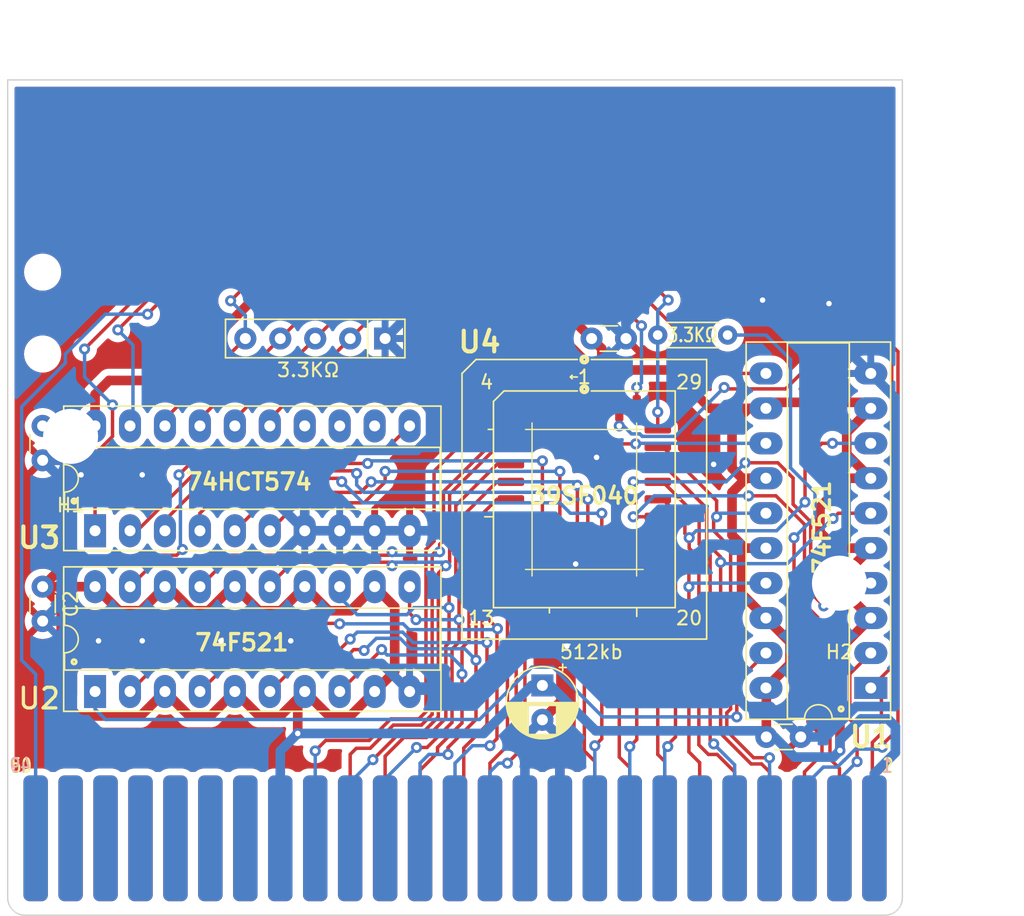
<source format=kicad_pcb>
(kicad_pcb (version 20221018) (generator pcbnew)
  (layers (0 "F.Cu" signal) (31 "B.Cu" signal) (34 "B.Paste" user) (35 "F.Paste" user) (36 "B.SilkS" user "B.Silkscreen") (37 "F.SilkS" user "F.Silkscreen") (38 "B.Mask" user) (39 "F.Mask" user) (44 "Edge.Cuts" user))
  (net 0 "")
  (net 1 "GND")
  (net 2 "/BA1")
  (net 3 "/BA2")
  (net 4 "/BA3")
  (net 5 "/BA4")
  (net 6 "/~{Wr}")
  (net 7 "/A0")
  (net 8 "+5V")
  (net 9 "/A1")
  (net 10 "/A2")
  (net 11 "/A3")
  (net 12 "/A4")
  (net 13 "/A5")
  (net 14 "/A6")
  (net 15 "/A7")
  (net 16 "Net-(U1-P=R)")
  (net 17 "/A8")
  (net 18 "/A9")
  (net 19 "/A10")
  (net 20 "/A11")
  (net 21 "/A12")
  (net 22 "/A13")
  (net 23 "/A14")
  (net 24 "/A15")
  (net 25 "Net-(U2-P=R)")
  (net 26 "/~{M8-B}")
  (net 27 "/D0")
  (net 28 "/D1")
  (net 29 "/D2")
  (net 30 "/D3")
  (net 31 "/D4")
  (net 35 "/BA0")
  (net 36 "/D5")
  (net 37 "/D6")
  (net 38 "/D7")
  (net 39 "/~{CE}")
  (net 40 "/~{Rd}")
  (net 41 "/~{MReq}")
  (net 42 "/~{M0-7}")
  (net 43 "/ ~{CONT}")
  (net 44 "/~{M1}")
  (net 45 "/~{IOReq}")
  (net 46 "/~{Refresh}")
  (net 47 "/~{Halt}")
  (net 48 "/~{Wait}")
  (net 49 "/~{Int}")
  (net 50 "/JyDs")
  (net 51 "/~{BusReq}")
  (net 52 "/~{BusAck}")
  (net 53 "/ ~{Reset}")
  (net 54 "/~{Clock}")
  (net 55 "/JRead")
  (net 56 "/~{MC-F}")
  (net 57 "/~{NMI}")
  (footprint "PCM_Package_DIP_AKL:DIP-20_W7.62mm_Socket_LongPads" (layer "F.Cu") (at 101.346 72.898 90)
    (fp_text reference "U2")
    (fp_text value "74F521")
  )
  (footprint "PCM_Package_DIP_AKL:DIP-20_W7.62mm_Socket_LongPads" (layer "F.Cu") (at 101.346 61.214 90)
    (fp_text reference "U3")
    (fp_text value "74HCT574")
  )
  (footprint "Smal:PLCC-32_SMD-Socket_HandSolder" (layer "F.Cu") (at 136.906 58.928)
    (fp_text reference "U4")
    (fp_text value "39SF040")
  )
  (footprint "Capacitor_THT:C_Disc_D3.0mm_W1.6mm_P2.50mm" (layer "F.Cu") (at 97.536 53.594 -90)
    (fp_text reference "C1" hide)
    (fp_text value "100nF" hide)
  )
  (footprint "Capacitor_THT:C_Disc_D3.0mm_W1.6mm_P2.50mm" (layer "F.Cu") (at 150.134 76.2)
    (fp_text reference "C4" hide)
    (fp_text value "100nF" hide)
  )
  (footprint "MountingHole:MountingHole_4mm" (layer "F.Cu") (at 155.448 65.024 180)
    (fp_text reference "H2")
    (fp_text value "Hole Right")
  )
  (footprint "Resistor_THT:R_Array_SIP5" (layer "F.Cu") (at 122.428 47.244 180)
    (fp_text reference "RN1" hide)
    (fp_text value "3.3KΩ")
  )
  (footprint "MountingHole:MountingHole_4mm" (layer "F.Cu") (at 99.568 54.356 180)
    (fp_text reference "H1")
    (fp_text value "Hole Left")
  )
  (footprint "PCM_Package_DIP_AKL:DIP-20_W7.62mm_Socket_LongPads" (layer "F.Cu") (at 157.724 72.639 180)
    (fp_text reference "U1")
    (fp_text value "74F521")
  )
  (footprint "Capacitor_THT:C_Disc_D3.0mm_W1.6mm_P2.50mm" (layer "F.Cu") (at 97.536 65.278 -90)
    (fp_text reference "C2")
    (fp_text value "100nF" hide)
  )
  (footprint "Capacitor_THT:C_Disc_D3.0mm_W1.6mm_P2.50mm" (layer "F.Cu") (at 137.434 47.244)
    (fp_text reference "C3" hide)
    (fp_text value "100nF" hide)
  )
  (footprint "Capacitor_THT:CP_Radial_D5.0mm_P2.50mm" (layer "F.Cu") (at 133.858 72.454888 -90)
    (fp_text reference "C5" hide)
    (fp_text value "1µF")
  )
  (footprint "Resistor_THT:R_Axial_DIN0204_L3.6mm_D1.6mm_P5.08mm_Horizontal" (layer "F.Cu") (at 142.24 46.99)
    (fp_text reference "R1" hide)
    (fp_text value "3.3KΩ")
  )
  (footprint "Smal:SMS_Cart_Edge" (layer "F.Cu") (at 157.988 83.566)
    (fp_text reference "J1" hide)
    (fp_text value "Conn_02x25_Odd_Even" hide)
  )
  (gr_arc (start 160.02 87.884) (mid 159.648026 88.782026) (end 158.75 89.154) (stroke (width 0.1)) (layer "Edge.Cuts"))
  (gr_line (start 96.266001 89.153999) (end 158.75 89.154) (stroke (width 0.1)) (layer "Edge.Cuts"))
  (gr_line (start 160.02 87.884) (end 160.02 28.448) (stroke (width 0.1)) (layer "Edge.Cuts"))
  (gr_line (start 94.995999 28.448) (end 94.996 87.883999) (stroke (width 0.1)) (layer "Edge.Cuts"))
  (gr_arc (start 96.266001 89.153999) (mid 95.367975 88.782025) (end 94.996001 87.883999) (stroke (width 0.1)) (layer "Edge.Cuts"))
  (gr_line (start 160.02 28.448) (end 94.995999 28.448) (stroke (width 0.1)) (layer "Edge.Cuts"))
  (gr_text "512kb" (at 137.414 70.612) (layer "F.SilkS") (effects (font (size 1 1)) (justify bottom)))
  (segment (start 135.636 64.270598) (end 135.636 65.5405) (width 0.7) (layer "F.Cu") (net 1))
  (segment (start 136.275299 63.631299) (end 135.636 64.270598) (width 0.7) (layer "F.Cu") (net 1))
  (segment (start 135.128 76.835) (end 135.128 79.756) (width 0.7) (layer "F.Cu") (net 1))
  (segment (start 135.128 76.224888) (end 133.858 74.954888) (width 0.7) (layer "F.Cu") (net 1))
  (segment (start 135.128 76.835) (end 135.128 76.224888) (width 0.7) (layer "F.Cu") (net 1))
  (segment (start 135.208 71.142779) (end 135.208 73.604888) (width 0.7) (layer "F.Cu") (net 1))
  (segment (start 135.636 69.596) (end 135.636 70.714779) (width 0.7) (layer "F.Cu") (net 1))
  (segment (start 135.208 73.604888) (end 133.858 74.954888) (width 0.7) (layer "F.Cu") (net 1))
  (segment (start 135.636 70.714779) (end 135.208 71.142779) (width 0.7) (layer "F.Cu") (net 1))
  (segment (start 135.636 69.596) (end 135.636 65.5405) (width 0.7) (layer "F.Cu") (net 1))
  (via (at 137.795 55.88) (size 0.8) (drill 0.4) (layers "F.Cu" "B.Cu") (net 1))
  (via (at 154.686 44.704) (size 0.8) (drill 0.4) (layers "F.Cu" "B.Cu") (net 1))
  (via (at 135.636 69.596) (size 0.8) (drill 0.4) (layers "F.Cu" "B.Cu") (net 1))
  (via (at 100.33 57.15) (size 0.8) (drill 0.4) (layers "F.Cu" "B.Cu") (net 1))
  (via (at 104.775 57.15) (size 0.8) (drill 0.4) (layers "F.Cu" "B.Cu") (net 1))
  (via (at 110.49 69.215) (size 0.8) (drill 0.4) (layers "F.Cu" "B.Cu") (net 1))
  (via (at 104.775 69.215) (size 0.8) (drill 0.4) (layers "F.Cu" "B.Cu") (net 1))
  (via (at 146.304 56.388) (size 0.8) (drill 0.4) (layers "F.Cu" "B.Cu") (net 1))
  (via (at 101.6 69.215) (size 0.8) (drill 0.4) (layers "F.Cu" "B.Cu") (net 1))
  (via (at 115.57 69.215) (size 0.8) (drill 0.4) (layers "F.Cu" "B.Cu") (net 1))
  (via (at 149.86 44.45) (size 0.8) (drill 0.4) (layers "F.Cu" "B.Cu") (net 1))
  (via (at 136.275299 63.631299) (size 0.8) (drill 0.4) (layers "F.Cu" "B.Cu") (net 1))
  (segment (start 117.094 70.866) (end 114.006 67.778) (width 0.7) (layer "B.Cu") (net 1))
  (segment (start 145.796 55.88) (end 146.304 56.388) (width 0.7) (layer "B.Cu") (net 1))
  (segment (start 97.536 56.094) (end 111.466 56.094) (width 0.7) (layer "B.Cu") (net 1))
  (segment (start 125.73 54.379188) (end 125.73 50.546) (width 0.7) (layer "B.Cu") (net 1))
  (segment (start 135.636 70.104) (end 137.581 72.049) (width 0.7) (layer "B.Cu") (net 1))
  (segment (start 151.892 69.977) (end 151.892 65.913) (width 0.7) (layer "B.Cu") (net 1))
  (segment (start 139.192 60.714598) (end 136.275299 63.631299) (width 0.7) (layer "B.Cu") (net 1))
  (segment (start 123.778 45.894) (end 138.584 45.894) (width 0.7) (layer "B.Cu") (net 1))
  (segment (start 97.536 67.778) (end 98.886 66.428) (width 0.7) (layer "B.Cu") (net 1))
  (segment (start 126.211003 61.214) (end 131.304501 66.307499) (width 0.7) (layer "B.Cu") (net 1))
  (segment (start 137.795 55.753) (end 137.795 55.88) (width 0.7) (layer "B.Cu") (net 1))
  (segment (start 153.6675 45.7225) (end 157.724 49.779) (width 0.7) (layer "B.Cu") (net 1))
  (segment (start 137.795 55.88) (end 145.796 55.88) (width 0.7) (layer "B.Cu") (net 1))
  (segment (start 137.581 72.049) (end 146.725 72.049) (width 0.7) (layer "B.Cu") (net 1))
  (segment (start 124.526 72.578) (end 124.206 72.898) (width 0.7) (layer "B.Cu") (net 1))
  (segment (start 135.636 69.596) (end 135.636 70.104) (width 0.7) (layer "B.Cu") (net 1))
  (segment (start 153.433999 71.518999) (end 151.892 69.977) (width 0.7) (layer "B.Cu") (net 1))
  (segment (start 124.206 72.898) (end 122.174 70.866) (width 0.7) (layer "B.Cu") (net 1))
  (segment (start 159.474 73.989) (end 156.643 73.989) (width 0.7) (layer "B.Cu") (net 1))
  (segment (start 154.432 76.2) (end 152.634 76.2) (width 0.7) (layer "B.Cu") (net 1))
  (segment (start 153.71 45.765) (end 153.6675 45.7225) (width 0.7) (layer "B.Cu") (net 1))
  (segment (start 138.584 45.894) (end 139.934 47.244) (width 0.7) (layer "B.Cu") (net 1))
  (segment (start 119.776997 55.372) (end 124.737188 55.372) (width 0.7) (layer "B.Cu") (net 1))
  (segment (start 100.497535 63.076688) (end 100.948847 63.528) (width 0.7) (layer "B.Cu") (net 1))
  (segment (start 124.737188 55.372) (end 125.73 54.379188) (width 0.7) (layer "B.Cu") (net 1))
  (segment (start 132.588 76.2) (end 132.612888 76.2) (width 0.7) (layer "B.Cu") (net 1))
  (segment (start 116.586 61.214) (end 122.174 61.214) (width 0.7) (layer "B.Cu") (net 1))
  (segment (start 157.724 49.779) (end 159.474 51.529) (width 0.7) (layer "B.Cu") (net 1))
  (segment (start 135.103112 76.2) (end 133.858 74.954888) (width 0.7) (layer "B.Cu") (net 1))
  (segment (start 132.588 79.756) (end 132.588 76.2) (width 0.7) (layer "B.Cu") (net 1))
  (segment (start 151.892 65.913) (end 155.9325 61.8725) (width 0.7) (layer "B.Cu") (net 1))
  (segment (start 122.428 47.244) (end 123.778 45.894) (width 0.7) (layer "B.Cu") (net 1))
  (segment (start 135.128 79.756) (end 135.128 76.2) (width 0.7) (layer "B.Cu") (net 1))
  (segment (start 153.71 55.285) (end 153.71 45.765) (width 0.7) (layer "B.Cu") (net 1))
  (segment (start 121.666 61.214) (end 124.206 61.214) (width 0.7) (layer "B.Cu") (net 1))
  (segment (start 148.665 73.989) (end 150.423 73.989) (width 0.7) (layer "B.Cu") (net 1))
  (segment (start 132.612888 76.2) (end 133.858 74.954888) (width 0.7) (layer "B.Cu") (net 1))
  (segment (start 135.636 69.596) (end 135.382 69.342) (width 0.7) (layer "B.Cu") (net 1))
  (segment (start 98.886 63.246) (end 98.886 57.444) (width 0.7) (layer "B.Cu") (net 1))
  (segment (start 134.593002 69.596) (end 131.304501 66.307499) (width 0.7) (layer "B.Cu") (net 1))
  (segment (start 139.192 57.15) (end 139.192 60.714598) (width 0.7) (layer "B.Cu") (net 1))
  (segment (start 131.645503 69.342) (end 128.409503 72.578) (width 0.7) (layer "B.Cu") (net 1))
  (segment (start 139.934 46.098497) (end 142.598497 43.434) (width 0.7) (layer "B.Cu") (net 1))
  (segment (start 114.272 63.528) (end 116.586 61.214) (width 0.7) (layer "B.Cu") (net 1))
  (segment (start 150.423 73.989) (end 152.634 76.2) (width 0.7) (layer "B.Cu") (net 1))
  (segment (start 98.886 66.428) (end 98.886 63.246) (width 0.7) (layer "B.Cu") (net 1))
  (segment (start 156.643 73.989) (end 154.432 76.2) (width 0.7) (layer "B.Cu") (net 1))
  (segment (start 98.886 63.246) (end 99.055312 63.076688) (width 0.7) (layer "B.Cu") (net 1))
  (segment (start 124.206 61.214) (end 126.211003 61.214) (width 0.7) (layer "B.Cu") (net 1))
  (segment (start 128.409503 72.578) (end 124.526 72.578) (width 0.7) (layer "B.Cu") (net 1))
  (segment (start 135.382 69.342) (end 131.645503 69.342) (width 0.7) (layer "B.Cu") (net 1))
  (segment (start 100.948847 63.528) (end 114.272 63.528) (width 0.7) (layer "B.Cu") (net 1))
  (segment (start 111.466 56.094) (end 116.586 61.214) (width 0.7) (layer "B.Cu") (net 1))
  (segment (start 116.586 58.562997) (end 119.776997 55.372) (width 0.7) (layer "B.Cu") (net 1))
  (segment (start 122.174 70.866) (end 117.094 70.866) (width 0.7) (layer "B.Cu") (net 1))
  (segment (start 99.055312 63.076688) (end 100.497535 63.076688) (width 0.7) (layer "B.Cu") (net 1))
  (segment (start 125.73 50.546) (end 122.428 47.244) (width 0.7) (layer "B.Cu") (net 1))
  (segment (start 133.980701 63.631299) (end 131.304501 66.307499) (width 0.7) (layer "B.Cu") (net 1))
  (segment (start 135.636 69.596) (end 134.593002 69.596) (width 0.7) (layer "B.Cu") (net 1))
  (segment (start 159.474 51.529) (end 159.474 73.989) (width 0.7) (layer "B.Cu") (net 1))
  (segment (start 142.598497 43.434) (end 151.379 43.434) (width 0.7) (layer "B.Cu") (net 1))
  (segment (start 135.128 76.2) (end 135.103112 76.2) (width 0.7) (layer "B.Cu") (net 1))
  (segment (start 136.421188 54.379188) (end 137.795 55.753) (width 0.7) (layer "B.Cu") (net 1))
  (segment (start 114.006 67.778) (end 97.536 67.778) (width 0.7) (layer "B.Cu") (net 1))
  (segment (start 152.634 76.2) (end 153.433999 75.400001) (width 0.7) (layer "B.Cu") (net 1))
  (segment (start 116.586 61.214) (end 116.586 58.562997) (width 0.7) (layer "B.Cu") (net 1))
  (segment (start 137.795 55.88) (end 137.922 55.88) (width 0.7) (layer "B.Cu") (net 1))
  (segment (start 136.275299 63.631299) (end 133.980701 63.631299) (width 0.7) (layer "B.Cu") (net 1))
  (segment (start 155.9325 57.5075) (end 153.71 55.285) (width 0.7) (layer "B.Cu") (net 1))
  (segment (start 153.433999 75.400001) (end 153.433999 71.518999) (width 0.7) (layer "B.Cu") (net 1))
  (segment (start 151.379 43.434) (end 153.6675 45.7225) (width 0.7) (layer "B.Cu") (net 1))
  (segment (start 125.73 54.379188) (end 136.421188 54.379188) (width 0.7) (layer "B.Cu") (net 1))
  (segment (start 155.9325 61.8725) (end 155.9325 57.5075) (width 0.7) (layer "B.Cu") (net 1))
  (segment (start 139.934 47.244) (end 139.934 46.098497) (width 0.7) (layer "B.Cu") (net 1))
  (segment (start 146.725 72.049) (end 148.665 73.989) (width 0.7) (layer "B.Cu") (net 1))
  (segment (start 98.886 57.444) (end 97.536 56.094) (width 0.7) (layer "B.Cu") (net 1))
  (segment (start 137.922 55.88) (end 139.192 57.15) (width 0.7) (layer "B.Cu") (net 1))
  (segment (start 114.046 53.594) (end 114.046 53.086) (width 0.25) (layer "F.Cu") (net 2))
  (segment (start 134.366 48.514) (end 131.514 45.662) (width 0.25) (layer "F.Cu") (net 2))
  (segment (start 121.47 45.662) (end 119.888 47.244) (width 0.25) (layer "F.Cu") (net 2))
  (segment (start 131.514 45.662) (end 121.47 45.662) (width 0.25) (layer "F.Cu") (net 2))
  (segment (start 134.366 52.3155) (end 134.366 48.514) (width 0.25) (layer "F.Cu") (net 2))
  (segment (start 114.046 53.086) (end 119.888 47.244) (width 0.25) (layer "F.Cu") (net 2))
  (segment (start 111.506 53.594) (end 111.506 53.086) (width 0.25) (layer "F.Cu") (net 3))
  (segment (start 117.348 47.244) (end 119.38 45.212) (width 0.25) (layer "F.Cu") (net 3))
  (segment (start 135.636 48.514) (end 135.636 52.3155) (width 0.25) (layer "F.Cu") (net 3))
  (segment (start 135.636 51.951249) (end 135.636 52.3155) (width 0.25) (layer "F.Cu") (net 3))
  (segment (start 111.506 53.086) (end 117.348 47.244) (width 0.25) (layer "F.Cu") (net 3))
  (segment (start 132.334 45.212) (end 135.636 48.514) (width 0.25) (layer "F.Cu") (net 3))
  (segment (start 119.38 45.212) (end 132.334 45.212) (width 0.25) (layer "F.Cu") (net 3))
  (segment (start 106.426 53.594) (end 106.426 53.086) (width 0.25) (layer "F.Cu") (net 4))
  (segment (start 138.154 43.412) (end 141.059 46.317) (width 0.25) (layer "F.Cu") (net 4))
  (segment (start 112.29 43.412) (end 138.154 43.412) (width 0.25) (layer "F.Cu") (net 4))
  (segment (start 106.426 53.086) (end 112.268 47.244) (width 0.25) (layer "F.Cu") (net 4))
  (segment (start 140.716 52.3155) (end 140.716 50.8) (width 0.25) (layer "F.Cu") (net 4))
  (segment (start 111.20175 44.50025) (end 112.29 43.412) (width 0.25) (layer "F.Cu") (net 4))
  (via (at 141.059 46.317) (size 0.8) (drill 0.4) (layers "F.Cu" "B.Cu") (net 4))
  (via (at 140.716 50.8) (size 0.8) (drill 0.4) (layers "F.Cu" "B.Cu") (net 4))
  (via (at 111.20175 44.50025) (size 0.8) (drill 0.4) (layers "F.Cu" "B.Cu") (net 4))
  (segment (start 141.059 50.457) (end 141.059 46.317) (width 0.25) (layer "B.Cu") (net 4))
  (segment (start 111.20175 44.50025) (end 112.268 45.5665) (width 0.25) (layer "B.Cu") (net 4))
  (segment (start 112.268 45.5665) (end 112.268 47.244) (width 0.25) (layer "B.Cu") (net 4))
  (segment (start 140.716 50.8) (end 141.059 50.457) (width 0.25) (layer "B.Cu") (net 4))
  (segment (start 114.808 47.244) (end 117.29 44.762) (width 0.25) (layer "F.Cu") (net 5))
  (segment (start 109.474 53.594) (end 109.474 52.832) (width 0.25) (layer "F.Cu") (net 5))
  (segment (start 108.966 53.086) (end 114.808 47.244) (width 0.25) (layer "F.Cu") (net 5))
  (segment (start 136.906 48.514) (end 136.906 52.3155) (width 0.25) (layer "F.Cu") (net 5))
  (segment (start 136.906 52.3155) (end 136.906 51.951249) (width 0.25) (layer "F.Cu") (net 5))
  (segment (start 133.154 44.762) (end 136.906 48.514) (width 0.25) (layer "F.Cu") (net 5))
  (segment (start 117.29 44.762) (end 133.154 44.762) (width 0.25) (layer "F.Cu") (net 5))
  (segment (start 108.966 53.594) (end 108.966 53.086) (width 0.25) (layer "F.Cu") (net 5))
  (segment (start 157.837929 79.605929) (end 157.837929 76.604071) (width 0.25) (layer "F.Cu") (net 6))
  (segment (start 158.496 75.946) (end 158.496 73.411) (width 0.25) (layer "F.Cu") (net 6))
  (segment (start 154.686 47.752) (end 151.534 50.904) (width 0.25) (layer "F.Cu") (net 6))
  (segment (start 159.249 71.114) (end 159.249 48.505) (width 0.25) (layer "F.Cu") (net 6))
  (segment (start 158.496 47.752) (end 154.686 47.752) (width 0.25) (layer "F.Cu") (net 6))
  (segment (start 158.496 73.411) (end 157.724 72.639) (width 0.25) (layer "F.Cu") (net 6))
  (segment (start 157.988 79.756) (end 157.837929 79.605929) (width 0.25) (layer "F.Cu") (net 6))
  (segment (start 139.446 53.594) (end 139.446 52.3155) (width 0.25) (layer "F.Cu") (net 6))
  (segment (start 139.446 52.684751) (end 139.446 52.3155) (width 0.25) (layer "F.Cu") (net 6))
  (segment (start 151.534 50.904) (end 146.962 50.904) (width 0.25) (layer "F.Cu") (net 6))
  (segment (start 157.837929 76.604071) (end 158.496 75.946) (width 0.25) (layer "F.Cu") (net 6))
  (segment (start 157.724 72.639) (end 159.249 71.114) (width 0.25) (layer "F.Cu") (net 6))
  (segment (start 146.962 50.904) (end 147.066 50.8) (width 0.25) (layer "F.Cu") (net 6))
  (segment (start 159.249 48.505) (end 158.496 47.752) (width 0.25) (layer "F.Cu") (net 6))
  (via (at 147.066 50.8) (size 0.8) (drill 0.4) (layers "F.Cu" "B.Cu") (net 6))
  (via (at 139.446 53.594) (size 0.8) (drill 0.4) (layers "F.Cu" "B.Cu") (net 6))
  (segment (start 139.446 53.594) (end 139.755344 53.594) (width 0.25) (layer "B.Cu") (net 6))
  (segment (start 139.755344 53.594) (end 140.336113 54.174769) (width 0.25) (layer "B.Cu") (net 6))
  (segment (start 140.936723 54.174769) (end 141.117954 54.356) (width 0.25) (layer "B.Cu") (net 6))
  (segment (start 141.117954 54.356) (end 143.51 54.356) (width 0.25) (layer "B.Cu") (net 6))
  (segment (start 143.51 54.356) (end 147.066 50.8) (width 0.25) (layer "B.Cu") (net 6))
  (segment (start 140.336113 54.174769) (end 140.936723 54.174769) (width 0.25) (layer "B.Cu") (net 6))
  (segment (start 130.5935 68.326) (end 130.556 68.3635) (width 0.25) (layer "F.Cu") (net 7))
  (segment (start 119.0935 67.945) (end 108.839 67.945) (width 0.25) (layer "F.Cu") (net 7))
  (segment (start 130.556 68.3635) (end 130.556 76.327) (width 0.25) (layer "F.Cu") (net 7))
  (segment (start 131.204249 62.738) (end 131.5685 62.738) (width 0.25) (layer "F.Cu") (net 7))
  (segment (start 108.839 67.945) (end 103.886 72.898) (width 0.25) (layer "F.Cu") (net 7))
  (segment (start 130.556 76.327) (end 130.048 76.835) (width 0.25) (layer "F.Cu") (net 7))
  (segment (start 130.048 67.7805) (end 130.048 63.894249) (width 0.25) (layer "F.Cu") (net 7))
  (segment (start 130.5935 68.326) (end 130.048 67.7805) (width 0.25) (layer "F.Cu") (net 7))
  (segment (start 130.048 63.894249) (end 131.204249 62.738) (width 0.25) (layer "F.Cu") (net 7))
  (segment (start 119.126 67.9775) (end 119.0935 67.945) (width 0.25) (layer "F.Cu") (net 7))
  (via (at 119.126 67.9775) (size 0.8) (drill 0.4) (layers "F.Cu" "B.Cu") (net 7))
  (via (at 130.048 76.835) (size 0.8) (drill 0.4) (layers "F.Cu" "B.Cu") (net 7))
  (via (at 130.5935 68.326) (size 0.8) (drill 0.4) (layers "F.Cu" "B.Cu") (net 7))
  (segment (start 124.159695 68.401) (end 130.5185 68.401) (width 0.25) (layer "B.Cu") (net 7))
  (segment (start 130.5185 68.401) (end 130.5935 68.326) (width 0.25) (layer "B.Cu") (net 7))
  (segment (start 130.048 76.835) (end 128.778 76.835) (width 0.25) (layer "B.Cu") (net 7))
  (segment (start 127.508 78.105) (end 127.508 79.756) (width 0.25) (layer "B.Cu") (net 7))
  (segment (start 119.126 67.9775) (end 123.736195 67.9775) (width 0.25) (layer "B.Cu") (net 7))
  (segment (start 128.778 76.835) (end 127.508 78.105) (width 0.25) (layer "B.Cu") (net 7))
  (segment (start 123.736195 67.9775) (end 124.159695 68.401) (width 0.25) (layer "B.Cu") (net 7))
  (segment (start 101.6 53.34) (end 101.346 53.594) (width 0.7) (layer "F.Cu") (net 8))
  (segment (start 155.974 55.649) (end 155.974 54.069) (width 0.7) (layer "F.Cu") (net 8))
  (segment (start 114.836 74.648) (end 116.586 72.898) (width 0.7) (layer "F.Cu") (net 8))
  (segment (start 113.256 74.648) (end 114.836 74.648) (width 0.7) (layer "F.Cu") (net 8))
  (segment (start 106.426 72.898) (end 108.176 74.648) (width 0.7) (layer "F.Cu") (net 8))
  (segment (start 99.314 63.5) (end 99.314 55.372) (width 0.7) (layer "F.Cu") (net 8))
  (segment (start 138.176 52.3155) (end 138.176 51.308) (width 0.7) (layer "F.Cu") (net 8))
  (segment (start 106.656812 65.278) (end 108.406812 67.028) (width 0.7) (layer "F.Cu") (net 8))
  (segment (start 111.506 72.898) (end 113.256 74.648) (width 0.7) (layer "F.Cu") (net 8))
  (segment (start 121.666 65.278) (end 119.916 67.028) (width 0.7) (layer "F.Cu") (net 8))
  (segment (start 150.104 72.639) (end 151.854 70.889) (width 0.7) (layer "F.Cu") (net 8))
  (segment (start 155.974 65.809) (end 157.724 67.559) (width 0.7) (layer "F.Cu") (net 8))
  (segment (start 146.045 52.319) (end 150.104 52.319) (width 0.7) (layer "F.Cu") (net 8))
  (segment (start 147.64 61.534) (end 147.64 58.420497) (width 0.7) (layer "F.Cu") (net 8))
  (segment (start 97.536 65.278) (end 99.314 63.5) (width 0.7) (layer "F.Cu") (net 8))
  (segment (start 116.586 72.898) (end 118.336 74.648) (width 0.7) (layer "F.Cu") (net 8))
  (segment (start 118.336 67.028) (end 116.586 65.278) (width 0.7) (layer "F.Cu") (net 8))
  (segment (start 155.974 64.229) (end 155.974 65.809) (width 0.7) (layer "F.Cu") (net 8))
  (segment (start 148.336 62.728) (end 148.585 62.479) (width 0.7) (layer "F.Cu") (net 8))
  (segment (start 154.033 61.323) (end 155.189 62.479) (width 0.7) (layer "F.Cu") (net 8))
  (segment (start 147.64 58.420497) (end 148.661497 57.399) (width 0.7) (layer "F.Cu") (net 8))
  (segment (start 155.485 77.1843) (end 155.485 74.910009) (width 0.7) (layer "F.Cu") (net 8))
  (segment (start 138.176 52.3155) (end 138.176 47.986) (width 0.7) (layer "F.Cu") (net 8))
  (segment (start 156.126 57.399) (end 154.033 59.492) (width 0.7) (layer "F.Cu") (net 8))
  (segment (start 155.974 54.069) (end 157.724 52.319) (width 0.7) (layer "F.Cu") (net 8))
  (segment (start 99.314 55.372) (end 97.536 53.594) (width 0.7) (layer "F.Cu") (net 8))
  (segment (start 98.886 73.486) (end 98.886 66.628) (width 0.7) (layer "F.Cu") (net 8))
  (segment (start 109.589 67.028) (end 111.339 65.278) (width 0.7) (layer "F.Cu") (net 8))
  (segment (start 150.134 72.669) (end 150.104 72.639) (width 0.7) (layer "F.Cu") (net 8))
  (segment (start 138.176 51.308) (end 139.954 49.53) (width 0.7) (layer "F.Cu") (net 8))
  (segment (start 148.371497 57.399) (end 147.64 56.667503) (width 0.7) (layer "F.Cu") (net 8))
  (segment (start 98.886 66.628) (end 97.536 65.278) (width 0.7) (layer "F.Cu") (net 8))
  (segment (start 137.434 47.244) (end 134.277 44.087) (width 0.7) (layer "F.Cu") (net 8))
  (segment (start 116.078 73.406) (end 116.586 72.898) (width 0.7) (layer "F.Cu") (net 8))
  (segment (start 154.033 59.492) (end 154.033 61.323) (width 0.7) (layer "F.Cu") (net 8))
  (segment (start 147.64 56.667503) (end 147.64 53.528) (width 0.7) (layer "F.Cu") (net 8))
  (segment (start 154.541 70.742) (end 157.724 67.559) (width 0.7) (layer "F.Cu") (net 8))
  (segment (start 119.916 74.648) (end 121.666 72.898) (width 0.7) (layer "F.Cu") (net 8))
  (segment (start 147.64 53.528) (end 148.849 52.319) (width 0.7) (layer "F.Cu") (net 8))
  (segment (start 97.536 65.278) (end 101.179 65.278) (width 0.7) (layer "F.Cu") (net 8))
  (segment (start 157.724 62.479) (end 155.974 64.229) (width 0.7) (layer "F.Cu") (net 8))
  (segment (start 106.426 72.898) (end 104.648 74.676) (width 0.7) (layer "F.Cu") (net 8))
  (segment (start 109.756 74.648) (end 111.506 72.898) (width 0.7) (layer "F.Cu") (net 8))
  (segment (start 116.078 75.946) (end 116.078 73.406) (width 0.7) (layer "F.Cu") (net 8))
  (segment (start 150.104 67.559) (end 148.336 65.791) (width 0.7) (layer "F.Cu") (net 8))
  (segment (start 148.585 62.479) (end 147.64 61.534) (width 0.7) (layer "F.Cu") (net 8))
  (segment (start 123.124 66.736) (end 121.666 65.278) (width 0.7) (layer "F.Cu") (net 8))
  (segment (start 150.134 76.2) (end 150.134 72.669) (width 0.7) (layer "F.Cu") (net 8))
  (segment (start 123.124 71.44) (end 123.124 66.736) (width 0.7) (layer "F.Cu") (net 8))
  (segment (start 113.256 67.028) (end 111.506 65.278) (width 0.7) (layer "F.Cu") (net 8))
  (segment (start 148.661497 57.399) (end 150.104 57.399) (width 0.7) (layer "F.Cu") (net 8))
  (segment (start 103.096 67.028) (end 104.676 67.028) (width 0.7) (layer "F.Cu") (net 8))
  (segment (start 121.666 72.898) (end 123.124 71.44) (width 0.7) (layer "F.Cu") (net 8))
  (segment (start 155.485 74.910009) (end 154.541 73.966009) (width 0.7) (layer "F.Cu") (net 8))
  (segment (start 104.648 74.676) (end 100.076 74.676) (width 0.7) (layer "F.Cu") (net 8))
  (segment (start 150.104 62.479) (end 148.585 62.479) (width 0.7) (layer "F.Cu") (net 8))
  (segment (start 99.314 53.594) (end 101.346 53.594) (width 0.7) (layer "F.Cu") (net 8))
  (segment (start 106.934 50.292) (end 102.362 50.292) (width 0.7) (layer "F.Cu") (net 8))
  (segment (start 150.104 57.399) (end 148.371497 57.399) (width 0.7) (layer "F.Cu") (net 8))
  (segment (start 148.849 52.319) (end 150.104 52.319) (width 0.7) (layer "F.Cu") (net 8))
  (segment (start 101.346 65.278) (end 103.096 67.028) (width 0.7) (layer "F.Cu") (net 8))
  (segment (start 155.189 62.479) (end 157.724 62.479) (width 0.7) (layer "F.Cu") (net 8))
  (segment (start 148.336 65.791) (end 148.336 62.728) (width 0.7) (layer "F.Cu") (net 8))
  (segment (start 113.139 44.087) (end 106.934 50.292) (width 0.7) (layer "F.Cu") (net 8))
  (segment (start 100.076 74.676) (end 98.886 73.486) (width 0.7) (layer "F.Cu") (net 8))
  (segment (start 154.541 73.966009) (end 154.541 70.742) (width 0.7) (layer "F.Cu") (net 8))
  (segment (start 143.256 49.53) (end 146.045 52.319) (width 0.7) (layer "F.Cu") (net 8))
  (segment (start 108.406812 67.028) (end 109.589 67.028) (width 0.7) (layer "F.Cu") (net 8))
  (segment (start 104.676 67.028) (end 106.426 65.278) (width 0.7) (layer "F.Cu") (net 8))
  (segment (start 106.426 65.278) (end 106.656812 65.278) (width 0.7) (layer "F.Cu") (net 8))
  (segment (start 138.176 47.986) (end 137.434 47.244) (width 0.7) (layer "F.Cu") (net 8))
  (segment (start 151.854 70.889) (end 151.854 69.309) (width 0.7) (layer "F.Cu") (net 8))
  (segment (start 118.336 74.648) (end 119.916 74.648) (width 0.7) (layer "F.Cu") (net 8))
  (segment (start 157.724 57.399) (end 156.126 57.399) (width 0.7) (layer "F.Cu") (net 8))
  (segment (start 108.176 74.648) (end 109.756 74.648) (width 0.7) (layer "F.Cu") (net 8))
  (segment (start 150.541 51.882) (end 157.287 51.882) (width 0.7) (layer "F.Cu") (net 8))
  (segment (start 101.346 51.308) (end 101.346 53.594) (width 0.7) (layer "F.Cu") (net 8))
  (segment (start 119.916 67.028) (end 118.336 67.028) (width 0.7) (layer "F.Cu") (net 8))
  (segment (start 134.277 44.087) (end 113.139 44.087) (width 0.7) (layer "F.Cu") (net 8))
  (segment (start 157.287 51.882) (end 157.724 52.319) (width 0.7) (layer "F.Cu") (net 8))
  (segment (start 150.104 52.319) (end 150.541 51.882) (width 0.7) (layer "F.Cu") (net 8))
  (segment (start 157.724 57.399) (end 155.974 55.649) (width 0.7) (layer "F.Cu") (net 8))
  (segment (start 114.836 67.028) (end 113.256 67.028) (width 0.7) (layer "F.Cu") (net 8))
  (segment (start 116.586 65.278) (end 114.836 67.028) (width 0.7) (layer "F.Cu") (net 8))
  (segment (start 151.854 69.309) (end 150.104 67.559) (width 0.7) (layer "F.Cu") (net 8))
  (segment (start 99.314 53.594) (end 97.536 53.594) (width 0.7) (layer "F.Cu") (net 8))
  (segment (start 139.954 49.53) (end 143.256 49.53) (width 0.7) (layer "F.Cu") (net 8))
  (segment (start 102.362 50.292) (end 101.346 51.308) (width 0.7) (layer "F.Cu") (net 8))
  (via (at 155.485 77.1843) (size 0.8) (drill 0.4) (layers "F.Cu" "B.Cu") (net 8))
  (via (at 116.078 75.946) (size 0.8) (drill 0.4) (layers "F.Cu" "B.Cu") (net 8))
  (segment (start 159.512 77.338242) (end 157.988 78.862242) (width 0.7) (layer "B.Cu") (net 8))
  (segment (start 129.593497 75.946) (end 133.084609 72.454888) (width 0.7) (layer "B.Cu") (net 8))
  (segment (start 116.078 75.946) (end 129.593497 75.946) (width 0.7) (layer "B.Cu") (net 8))
  (segment (start 114.808 77.216) (end 116.078 75.946) (width 0.7) (layer "B.Cu") (net 8))
  (segment (start 157.015792 74.889) (end 158.963 74.889) (width 0.7) (layer "B.Cu") (net 8))
  (segment (start 155.0053 77.664) (end 152.188811 77.664) (width 0.7) (layer "B.Cu") (net 8))
  (segment (start 150.724811 76.2) (end 150.134 76.2) (width 0.7) (layer "B.Cu") (net 8))
  (segment (start 149.687701 75.753701) (end 150.134 76.2) (width 0.7) (layer "B.Cu") (net 8))
  (segment (start 152.188811 77.664) (end 150.724811 76.2) (width 0.7) (layer "B.Cu") (net 8))
  (segment (start 134.430888 72.454888) (end 137.729701 75.753701) (width 0.7) (layer "B.Cu") (net 8))
  (segment (start 155.485 76.419792) (end 157.015792 74.889) (width 0.7) (layer "B.Cu") (net 8))
  (segment (start 114.808 79.756) (end 114.808 77.216) (width 0.7) (layer "B.Cu") (net 8))
  (segment (start 158.963 74.889) (end 159.512 75.438) (width 0.7) (layer "B.Cu") (net 8))
  (segment (start 157.988 78.862242) (end 157.988 83.566) (width 0.7) (layer "B.Cu") (net 8))
  (segment (start 133.084609 72.454888) (end 134.430888 72.454888) (width 0.7) (layer "B.Cu") (net 8))
  (segment (start 155.485 77.1843) (end 155.485 76.419792) (width 0.7) (layer "B.Cu") (net 8))
  (segment (start 137.729701 75.753701) (end 149.687701 75.753701) (width 0.7) (layer "B.Cu") (net 8))
  (segment (start 159.512 75.438) (end 159.512 77.338242) (width 0.7) (layer "B.Cu") (net 8))
  (segment (start 155.485 77.1843) (end 155.0053 77.664) (width 0.7) (layer "B.Cu") (net 8))
  (segment (start 115.652 70.358) (end 115.525 70.485) (width 0.25) (layer "F.Cu") (net 9))
  (segment (start 127.508 79.756) (end 128.143 79.121) (width 0.25) (layer "F.Cu") (net 9))
  (segment (start 111.379 70.485) (end 108.966 72.898) (width 0.25) (layer "F.Cu") (net 9))
  (segment (start 131.204249 61.468) (end 129.483124 63.189124) (width 0.25) (layer "F.Cu") (net 9))
  (segment (start 118.618 70.358) (end 115.652 70.358) (width 0.25) (layer "F.Cu") (net 9))
  (segment (start 129.8315 69.342) (end 129.483124 68.993624) (width 0.25) (layer "F.Cu") (net 9))
  (segment (start 115.525 70.485) (end 111.379 70.485) (width 0.25) (layer "F.Cu") (net 9))
  (segment (start 128.143 77.005695) (end 128.778 76.370695) (width 0.25) (layer "F.Cu") (net 9))
  (segment (start 129.8315 69.342) (end 129.8315 75.317195) (width 0.25) (layer "F.Cu") (net 9))
  (segment (start 129.8315 75.317195) (end 128.778 76.370695) (width 0.25) (layer "F.Cu") (net 9))
  (segment (start 129.483124 68.993624) (end 129.483124 63.189124) (width 0.25) (layer "F.Cu") (net 9))
  (segment (start 119.888 69.088) (end 118.618 70.358) (width 0.25) (layer "F.Cu") (net 9))
  (segment (start 131.5685 61.468) (end 131.204249 61.468) (width 0.25) (layer "F.Cu") (net 9))
  (segment (start 128.143 79.121) (end 128.143 77.005695) (width 0.25) (layer "F.Cu") (net 9))
  (via (at 119.888 69.088) (size 0.8) (drill 0.4) (layers "F.Cu" "B.Cu") (net 9))
  (via (at 129.8315 69.342) (size 0.8) (drill 0.4) (layers "F.Cu" "B.Cu") (net 9))
  (segment (start 120.396 68.58) (end 123.702299 68.58) (width 0.25) (layer "B.Cu") (net 9))
  (segment (start 119.888 69.088) (end 120.396 68.58) (width 0.25) (layer "B.Cu") (net 9))
  (segment (start 124.464299 69.342) (end 129.8315 69.342) (width 0.25) (layer "B.Cu") (net 9))
  (segment (start 123.702299 68.58) (end 124.464299 69.342) (width 0.25) (layer "B.Cu") (net 9))
  (segment (start 131.5685 60.198) (end 131.204249 60.198) (width 0.25) (layer "F.Cu") (net 10))
  (segment (start 120.904 69.9165) (end 120.8375 69.85) (width 0.25) (layer "F.Cu") (net 10))
  (segment (start 129.032 70.612) (end 129.032 62.37025) (width 0.25) (layer "F.Cu") (net 10))
  (segment (start 129.032 74.93) (end 129.032 70.612) (width 0.25) (layer "F.Cu") (net 10))
  (segment (start 127 76.962) (end 129.032 74.93) (width 0.25) (layer "F.Cu") (net 10))
  (segment (start 116.078 70.866) (end 114.046 72.898) (width 0.25) (layer "F.Cu") (net 10))
  (segment (start 127 77.47) (end 127 76.962) (width 0.25) (layer "F.Cu") (net 10))
  (segment (start 120.142 69.85) (end 119.126 70.866) (width 0.25) (layer "F.Cu") (net 10))
  (segment (start 129.032 62.37025) (end 129.102125 62.300125) (width 0.25) (layer "F.Cu") (net 10))
  (segment (start 131.204249 60.198) (end 129.102125 62.300125) (width 0.25) (layer "F.Cu") (net 10))
  (segment (start 119.126 70.866) (end 116.078 70.866) (width 0.25) (layer "F.Cu") (net 10))
  (segment (start 120.8375 69.85) (end 120.142 69.85) (width 0.25) (layer "F.Cu") (net 10))
  (segment (start 129.102125 62.300125) (end 129.033124 62.369125) (width 0.25) (layer "F.Cu") (net 10))
  (via (at 129.032 70.612) (size 0.8) (drill 0.4) (layers "F.Cu" "B.Cu") (net 10))
  (via (at 120.904 69.9165) (size 0.8) (drill 0.4) (layers "F.Cu" "B.Cu") (net 10))
  (via (at 127 77.47) (size 0.8) (drill 0.4) (layers "F.Cu" "B.Cu") (net 10))
  (segment (start 124.277903 69.792) (end 128.212 69.792) (width 0.25) (layer "B.Cu") (net 10))
  (segment (start 123.515903 69.03) (end 124.277903 69.792) (width 0.25) (layer "B.Cu") (net 10))
  (segment (start 124.968 78.105) (end 124.968 79.756) (width 0.25) (layer "B.Cu") (net 10))
  (segment (start 127 77.47) (end 125.603 77.47) (width 0.25) (layer "B.Cu") (net 10))
  (segment (start 128.212 69.792) (end 129.032 70.612) (width 0.25) (layer "B.Cu") (net 10))
  (segment (start 121.7905 69.03) (end 123.515903 69.03) (width 0.25) (layer "B.Cu") (net 10))
  (segment (start 125.603 77.47) (end 124.968 78.105) (width 0.25) (layer "B.Cu") (net 10))
  (segment (start 120.904 69.9165) (end 121.7905 69.03) (width 0.25) (layer "B.Cu") (net 10))
  (segment (start 130.556 58.928) (end 131.5685 58.928) (width 0.25) (layer "F.Cu") (net 11))
  (segment (start 124.968 79.756) (end 124.968 78.613) (width 0.25) (layer "F.Cu") (net 11))
  (segment (start 128.016 69.724396) (end 128.524 69.216396) (width 0.25) (layer "F.Cu") (net 11))
  (segment (start 126.238 76.962) (end 128.016 75.184) (width 0.25) (layer "F.Cu") (net 11))
  (segment (start 128.524 60.96) (end 130.556 58.928) (width 0.25) (layer "F.Cu") (net 11))
  (segment (start 128.016 75.184) (end 128.016 71.628) (width 0.25) (layer "F.Cu") (net 11))
  (segment (start 126.238 77.343) (end 126.238 76.962) (width 0.25) (layer "F.Cu") (net 11))
  (segment (start 128.524 69.216396) (end 128.524 60.96) (width 0.25) (layer "F.Cu") (net 11))
  (segment (start 128.016 71.628) (end 128.016 69.724396) (width 0.25) (layer "F.Cu") (net 11))
  (segment (start 124.968 78.613) (end 126.238 77.343) (width 0.25) (layer "F.Cu") (net 11))
  (segment (start 122.174 69.85) (end 119.126 72.898) (width 0.25) (layer "F.Cu") (net 11))
  (via (at 122.174 69.85) (size 0.8) (drill 0.4) (layers "F.Cu" "B.Cu") (net 11))
  (via (at 128.016 71.628) (size 0.8) (drill 0.4) (layers "F.Cu" "B.Cu") (net 11))
  (segment (start 122.174 69.85) (end 122.566 70.242) (width 0.25) (layer "B.Cu") (net 11))
  (segment (start 122.566 70.242) (end 127.138 70.242) (width 0.25) (layer "B.Cu") (net 11))
  (segment (start 127.138 70.242) (end 128.016 71.12) (width 0.25) (layer "B.Cu") (net 11))
  (segment (start 128.016 71.12) (end 128.016 71.628) (width 0.25) (layer "B.Cu") (net 11))
  (segment (start 130.556 57.658) (end 131.5685 57.658) (width 0.25) (layer "F.Cu") (net 12))
  (segment (start 127.7995 69.3045) (end 127.7995 67.676) (width 0.25) (layer "F.Cu") (net 12))
  (segment (start 127.7995 67.676) (end 127.7995 65.644) (width 0.25) (layer "F.Cu") (net 12))
  (segment (start 127.291 69.813) (end 127.7995 69.3045) (width 0.25) (layer "F.Cu") (net 12))
  (segment (start 127.291 75.147) (end 127.291 69.813) (width 0.25) (layer "F.Cu") (net 12))
  (segment (start 124.6715 67.6765) (end 124.206 67.211) (width 0.25) (layer "F.Cu") (net 12))
  (segment (start 127.7995 65.644) (end 128.016 65.4275) (width 0.25) (layer "F.Cu") (net 12))
  (segment (start 125.476 76.962) (end 127.291 75.147) (width 0.25) (layer "F.Cu") (net 12))
  (segment (start 128.016 65.4275) (end 128.016 60.198) (width 0.25) (layer "F.Cu") (net 12))
  (segment (start 128.016 60.198) (end 130.556 57.658) (width 0.25) (layer "F.Cu") (net 12))
  (segment (start 124.714 76.962) (end 125.476 76.962) (width 0.25) (layer "F.Cu") (net 12))
  (segment (start 124.206 67.211) (end 124.206 65.278) (width 0.25) (layer "F.Cu") (net 12))
  (via (at 124.6715 67.6765) (size 0.8) (drill 0.4) (layers "F.Cu" "B.Cu") (net 12))
  (via (at 127.7995 67.676) (size 0.8) (drill 0.4) (layers "F.Cu" "B.Cu") (net 12))
  (via (at 124.714 76.962) (size 0.8) (drill 0.4) (layers "F.Cu" "B.Cu") (net 12))
  (segment (start 124.672 67.676) (end 127.7995 67.676) (width 0.25) (layer "B.Cu") (net 12))
  (segment (start 124.6715 67.6765) (end 124.672 67.676) (width 0.25) (layer "B.Cu") (net 12))
  (segment (start 122.428 79.248) (end 124.714 76.962) (width 0.25) (layer "B.Cu") (net 12))
  (segment (start 122.428 79.756) (end 122.428 79.248) (width 0.25) (layer "B.Cu") (net 12))
  (segment (start 123.789396 76.237) (end 125.439 76.237) (width 0.25) (layer "F.Cu") (net 13))
  (segment (start 122.428 77.598396) (end 123.789396 76.237) (width 0.25) (layer "F.Cu") (net 13))
  (segment (start 125.439 76.237) (end 126.841 74.835) (width 0.25) (layer "F.Cu") (net 13))
  (segment (start 126.841 74.835) (end 126.841 69.584805) (width 0.25) (layer "F.Cu") (net 13))
  (segment (start 127.075 66.802) (end 127.075 64.96844) (width 0.25) (layer "F.Cu") (net 13))
  (segment (start 127.566 64.47744) (end 127.566 59.378) (width 0.25) (layer "F.Cu") (net 13))
  (segment (start 126.841 69.584805) (end 127.075 69.350805) (width 0.25) (layer "F.Cu") (net 13))
  (segment (start 122.428 79.756) (end 122.428 77.598396) (width 0.25) (layer "F.Cu") (net 13))
  (segment (start 127.075 64.96844) (end 127.566 64.47744) (width 0.25) (layer "F.Cu") (net 13))
  (segment (start 127.566 59.378) (end 130.556 56.388) (width 0.25) (layer "F.Cu") (net 13))
  (segment (start 127.075 69.350805) (end 127.075 66.802) (width 0.25) (layer "F.Cu") (net 13))
  (segment (start 130.556 56.388) (end 131.5685 56.388) (width 0.25) (layer "F.Cu") (net 13))
  (via (at 127.075 66.802) (size 0.8) (drill 0.4) (layers "F.Cu" "B.Cu") (net 13))
  (segment (start 119.126 66.04) (end 119.126 65.278) (width 0.25) (layer "B.Cu") (net 13))
  (segment (start 124.012695 67.31) (end 120.396 67.31) (width 0.25) (layer "B.Cu") (net 13))
  (segment (start 124.520695 66.802) (end 124.012695 67.31) (width 0.25) (layer "B.Cu") (net 13))
  (segment (start 120.396 67.31) (end 119.126 66.04) (width 0.25) (layer "B.Cu") (net 13))
  (segment (start 127.075 66.802) (end 124.520695 66.802) (width 0.25) (layer "B.Cu") (net 13))
  (segment (start 126.296 74.743604) (end 126.296 64.2995) (width 0.25) (layer "F.Cu") (net 14))
  (segment (start 127.116 63.4795) (end 127.116 58.558) (width 0.25) (layer "F.Cu") (net 14))
  (segment (start 114.046 65.157422) (end 114.046 65.278) (width 0.25) (layer "F.Cu") (net 14))
  (segment (start 123.603 75.787) (end 125.252604 75.787) (width 0.25) (layer "F.Cu") (net 14))
  (segment (start 127.116 58.558) (end 130.556 55.118) (width 0.25) (layer "F.Cu") (net 14))
  (segment (start 126.8415 63.754) (end 127.116 63.4795) (width 0.25) (layer "F.Cu") (net 14))
  (segment (start 121.539 77.851) (end 123.603 75.787) (width 0.25) (layer "F.Cu") (net 14))
  (segment (start 125.252604 75.787) (end 126.296 74.743604) (width 0.25) (layer "F.Cu") (net 14))
  (segment (start 122.682 63.5) (end 115.703422 63.5) (width 0.25) (layer "F.Cu") (net 14))
  (segment (start 122.936 63.754) (end 122.682 63.5) (width 0.25) (layer "F.Cu") (net 14))
  (segment (start 115.703422 63.5) (end 114.046 65.157422) (width 0.25) (layer "F.Cu") (net 14))
  (segment (start 126.296 64.2995) (end 126.8415 63.754) (width 0.25) (layer "F.Cu") (net 14))
  (segment (start 130.556 55.118) (end 131.5685 55.118) (width 0.25) (layer "F.Cu") (net 14))
  (via (at 126.8415 63.754) (size 0.8) (drill 0.4) (layers "F.Cu" "B.Cu") (net 14))
  (via (at 121.539 77.851) (size 0.8) (drill 0.4) (layers "F.Cu" "B.Cu") (net 14))
  (via (at 122.936 63.754) (size 0.8) (drill 0.4) (layers "F.Cu" "B.Cu") (net 14))
  (segment (start 119.888 79.502) (end 119.888 79.756) (width 0.25) (layer "B.Cu") (net 14))
  (segment (start 123.19 63.5) (end 126.5875 63.5) (width 0.25) (layer "B.Cu") (net 14))
  (segment (start 122.936 63.754) (end 123.19 63.5) (width 0.25) (layer "B.Cu") (net 14))
  (segment (start 121.539 77.851) (end 119.888 79.502) (width 0.25) (layer "B.Cu") (net 14))
  (segment (start 126.5875 63.5) (end 126.8415 63.754) (width 0.25) (layer "B.Cu") (net 14))
  (segment (start 125.846 62.968612) (end 125.846 74.557208) (width 0.25) (layer "F.Cu") (net 15))
  (segment (start 125.846 74.557208) (end 125.066208 75.337) (width 0.25) (layer "F.Cu") (net 15))
  (segment (start 126.3915 62.738) (end 126.076612 62.738) (width 0.25) (layer "F.Cu") (net 15))
  (segment (start 120.337152 77.020848) (end 119.888 77.47) (width 0.25) (layer "F.Cu") (net 15))
  (segment (start 111.252 62.992) (end 108.966 65.278) (width 0.25) (layer "F.Cu") (net 15))
  (segment (start 123.027695 75.337) (end 121.343847 77.020848) (width 0.25) (layer "F.Cu") (net 15))
  (segment (start 125.066208 75.337) (end 123.027695 75.337) (width 0.25) (layer "F.Cu") (net 15))
  (segment (start 131.189604 53.848) (end 131.5685 53.848) (width 0.25) (layer "F.Cu") (net 15))
  (segment (start 126.666 58.371604) (end 131.189604 53.848) (width 0.25) (layer "F.Cu") (net 15))
  (segment (start 122.936 62.738) (end 122.682 62.992) (width 0.25) (layer "F.Cu") (net 15))
  (segment (start 126.666 61.927604) (end 126.666 58.371604) (width 0.25) (layer "F.Cu") (net 15))
  (segment (start 121.343847 77.020848) (end 120.337152 77.020848) (width 0.25) (layer "F.Cu") (net 15))
  (segment (start 126.076612 62.738) (end 125.846 62.968612) (width 0.25) (layer "F.Cu") (net 15))
  (segment (start 122.682 62.992) (end 111.252 62.992) (width 0.25) (layer "F.Cu") (net 15))
  (segment (start 126.3915 62.738) (end 126.3915 62.202104) (width 0.25) (layer "F.Cu") (net 15))
  (segment (start 119.888 77.47) (end 119.888 79.756) (width 0.25) (layer "F.Cu") (net 15))
  (segment (start 126.3915 62.202104) (end 126.666 61.927604) (width 0.25) (layer "F.Cu") (net 15))
  (via (at 126.3915 62.738) (size 0.8) (drill 0.4) (layers "F.Cu" "B.Cu") (net 15))
  (via (at 122.936 62.738) (size 0.8) (drill 0.4) (layers "F.Cu" "B.Cu") (net 15))
  (segment (start 122.936 62.738) (end 123.19 62.992) (width 0.25) (layer "B.Cu") (net 15))
  (segment (start 126.1375 62.992) (end 126.3915 62.738) (width 0.25) (layer "B.Cu") (net 15))
  (segment (start 123.19 62.992) (end 126.1375 62.992) (width 0.25) (layer "B.Cu") (net 15))
  (segment (start 147.9865 74.7425) (end 147.9865 72.2165) (width 0.25) (layer "F.Cu") (net 16))
  (segment (start 147.9865 72.2165) (end 150.104 70.099) (width 0.25) (layer "F.Cu") (net 16))
  (via (at 147.9865 74.7425) (size 0.8) (drill 0.4) (layers "F.Cu" "B.Cu") (net 16))
  (segment (start 101.346 74.168) (end 101.346 72.898) (width 0.25) (layer "B.Cu") (net 16))
  (segment (start 102.108 74.93) (end 101.346 74.168) (width 0.25) (layer "B.Cu") (net 16))
  (segment (start 133.09625 71.12) (end 129.28625 74.93) (width 0.25) (layer "B.Cu") (net 16))
  (segment (start 147.9865 74.7425) (end 138.2425 74.7425) (width 0.25) (layer "B.Cu") (net 16))
  (segment (start 134.62 71.12) (end 133.09625 71.12) (width 0.25) (layer "B.Cu") (net 16))
  (segment (start 138.2425 74.7425) (end 134.62 71.12) (width 0.25) (layer "B.Cu") (net 16))
  (segment (start 129.28625 74.93) (end 102.108 74.93) (width 0.25) (layer "B.Cu") (net 16))
  (segment (start 150.368 78.74) (end 149.789 78.161) (width 0.25) (layer "F.Cu") (net 17))
  (segment (start 145.796 62.101604) (end 146.812 63.117604) (width 0.25) (layer "F.Cu") (net 17))
  (segment (start 142.2435 56.388) (end 142.607751 56.388) (width 0.25) (layer "F.Cu") (net 17))
  (segment (start 145.796 59.576249) (end 145.796 62.101604) (width 0.25) (layer "F.Cu") (net 17))
  (segment (start 149.027 78.161) (end 149.789 78.161) (width 0.25) (layer "F.Cu") (net 17))
  (segment (start 142.607751 56.388) (end 145.796 59.576249) (width 0.25) (layer "F.Cu") (net 17))
  (segment (start 155.3685 59.939) (end 157.724 59.939) (width 0.25) (layer "F.Cu") (net 17))
  (segment (start 150.368 79.756) (end 150.368 78.74) (width 0.25) (layer "F.Cu") (net 17))
  (segment (start 146.812 63.117604) (end 146.812 63.5) (width 0.25) (layer "F.Cu") (net 17))
  (segment (start 146.812 75.946) (end 149.027 78.161) (width 0.25) (layer "F.Cu") (net 17))
  (segment (start 146.812 63.5) (end 146.812 75.946) (width 0.25) (layer "F.Cu") (net 17))
  (segment (start 154.9825 60.325) (end 155.3685 59.939) (width 0.25) (layer "F.Cu") (net 17))
  (via (at 154.9825 60.325) (size 0.8) (drill 0.4) (layers "F.Cu" "B.Cu") (net 17))
  (via (at 146.812 63.5) (size 0.8) (drill 0.4) (layers "F.Cu" "B.Cu") (net 17))
  (segment (start 146.916 63.604) (end 146.812 63.5) (width 0.25) (layer "B.Cu") (net 17))
  (segment (start 154.94 60.325) (end 151.661 63.604) (width 0.25) (layer "B.Cu") (net 17))
  (segment (start 151.661 63.604) (end 146.916 63.604) (width 0.25) (layer "B.Cu") (net 17))
  (segment (start 154.9825 60.325) (end 154.94 60.325) (width 0.25) (layer "B.Cu") (net 17))
  (segment (start 145.251 62.193) (end 145.251 60.301249) (width 0.25) (layer "F.Cu") (net 18))
  (segment (start 157.724 64.6355) (end 157.724 65.019) (width 0.25) (layer "F.Cu") (net 18))
  (segment (start 152.079 59.286614) (end 152.079 57.38301) (width 0.25) (layer "F.Cu") (net 18))
  (segment (start 150.96999 56.274) (end 148.59 56.274) (width 0.25) (layer "F.Cu") (net 18))
  (segment (start 153.358 65.728) (end 153.358 60.565614) (width 0.25) (layer "F.Cu") (net 18))
  (segment (start 152.079 57.38301) (end 150.96999 56.274) (width 0.25) (layer "F.Cu") (net 18))
  (segment (start 140.462 57.658) (end 142.2435 57.658) (width 0.25) (layer "F.Cu") (net 18))
  (segment (start 142.607751 57.658) (end 142.2435 57.658) (width 0.25) (layer "F.Cu") (net 18))
  (segment (start 146.308299 76.703701) (end 146.05 76.445402) (width 0.25) (layer "F.Cu") (net 18))
  (segment (start 153.358 60.565614) (end 152.079 59.286614) (width 0.25) (layer "F.Cu") (net 18))
  (segment (start 146.05 76.445402) (end 146.05 62.992) (width 0.25) (layer "F.Cu") (net 18))
  (segment (start 146.05 62.992) (end 145.251 62.193) (width 0.25) (layer "F.Cu") (net 18))
  (segment (start 154.305 66.675) (end 153.358 65.728) (width 0.25) (layer "F.Cu") (net 18))
  (segment (start 145.251 60.301249) (end 142.607751 57.658) (width 0.25) (layer "F.Cu") (net 18))
  (via (at 154.305 66.675) (size 0.8) (drill 0.4) (layers "F.Cu" "B.Cu") (net 18))
  (via (at 140.462 57.658) (size 0.8) (drill 0.4) (layers "F.Cu" "B.Cu") (net 18))
  (via (at 146.308299 76.703701) (size 0.8) (drill 0.4) (layers "F.Cu" "B.Cu") (net 18))
  (via (at 148.59 56.274) (size 0.8) (drill 0.4) (layers "F.Cu" "B.Cu") (net 18))
  (segment (start 147.828 78.223402) (end 147.828 79.756) (width 0.25) (layer "B.Cu") (net 18))
  (segment (start 146.308299 76.703701) (end 146.553701 76.703701) (width 0.25) (layer "B.Cu") (net 18))
  (segment (start 146.308299 76.703701) (end 147.828 78.223402) (width 0.25) (layer "B.Cu") (net 18))
  (segment (start 148.59 56.274) (end 147.206 57.658) (width 0.25) (layer "B.Cu") (net 18))
  (segment (start 154.305 66.675) (end 155.961 65.019) (width 0.25) (layer "B.Cu") (net 18))
  (segment (start 147.206 57.658) (end 140.462 57.658) (width 0.25) (layer "B.Cu") (net 18))
  (segment (start 155.961 65.019) (end 157.724 65.019) (width 0.25) (layer "B.Cu") (net 18))
  (segment (start 145.288 78.068) (end 145.288 79.756) (width 0.25) (layer "F.Cu") (net 19))
  (segment (start 144.5055 63.365749) (end 142.607751 61.468) (width 0.25) (layer "F.Cu") (net 19))
  (segment (start 144.5055 65.278) (end 144.5055 77.2855) (width 0.25) (layer "F.Cu") (net 19))
  (segment (start 142.607751 61.468) (end 142.2435 61.468) (width 0.25) (layer "F.Cu") (net 19))
  (segment (start 144.5055 65.278) (end 144.5055 63.365749) (width 0.25) (layer "F.Cu") (net 19))
  (segment (start 144.5055 77.2855) (end 145.288 78.068) (width 0.25) (layer "F.Cu") (net 19))
  (via (at 144.5055 65.278) (size 0.8) (drill 0.4) (layers "F.Cu" "B.Cu") (net 19))
  (segment (start 144.7645 65.019) (end 144.5055 65.278) (width 0.25) (layer "B.Cu") (net 19))
  (segment (start 150.104 65.019) (end 144.7645 65.019) (width 0.25) (layer "B.Cu") (net 19))
  (segment (start 146.558 77.47) (end 145.923 77.47) (width 0.25) (layer "F.Cu") (net 20))
  (segment (start 147.828 78.74) (end 146.558 77.47) (width 0.25) (layer "F.Cu") (net 20))
  (segment (start 156.723 54.859) (end 157.724 54.859) (width 0.25) (layer "F.Cu") (net 20))
  (segment (start 147.828 79.756) (end 147.828 78.74) (width 0.25) (layer "F.Cu") (net 20))
  (segment (start 145.923 77.47) (end 145.23 76.777) (width 0.25) (layer "F.Cu") (net 20))
  (segment (start 154.173695 54.859) (end 152.945999 56.086696) (width 0.25) (layer "F.Cu") (net 20))
  (segment (start 152.945999 56.086696) (end 152.945999 59.129015) (width 0.25) (layer "F.Cu") (net 20))
  (segment (start 154.94 54.859) (end 154.173695 54.859) (width 0.25) (layer "F.Cu") (net 20))
  (segment (start 142.607751 58.928) (end 144.215124 60.535373) (width 0.25) (layer "F.Cu") (net 20))
  (segment (start 144.215124 60.535373) (end 144.215124 61.411124) (width 0.25) (layer "F.Cu") (net 20))
  (segment (start 142.2435 58.928) (end 142.607751 58.928) (width 0.25) (layer "F.Cu") (net 20))
  (segment (start 144.526 62.484) (end 144.526 61.722) (width 0.25) (layer "F.Cu") (net 20))
  (segment (start 144.78 61.722) (end 144.526 61.722) (width 0.25) (layer "F.Cu") (net 20))
  (segment (start 145.23 76.777) (end 145.23 63.188) (width 0.25) (layer "F.Cu") (net 20))
  (segment (start 145.23 63.188) (end 144.526 62.484) (width 0.25) (layer "F.Cu") (net 20))
  (segment (start 144.526 61.722) (end 144.215124 61.411124) (width 0.25) (layer "F.Cu") (net 20))
  (via (at 144.526 61.722) (size 0.8) (drill 0.4) (layers "F.Cu" "B.Cu") (net 20))
  (via (at 154.94 54.859) (size 0.8) (drill 0.4) (layers "F.Cu" "B.Cu") (net 20))
  (via (at 152.945999 59.129015) (size 0.8) (drill 0.4) (layers "F.Cu" "B.Cu") (net 20))
  (segment (start 150.876 61.214) (end 152.945999 59.144001) (width 0.25) (layer "B.Cu") (net 20))
  (segment (start 152.945999 59.144001) (end 152.945999 59.129015) (width 0.25) (layer "B.Cu") (net 20))
  (segment (start 145.034 61.214) (end 150.876 61.214) (width 0.25) (layer "B.Cu") (net 20))
  (segment (start 144.526 61.722) (end 145.034 61.214) (width 0.25) (layer "B.Cu") (net 20))
  (segment (start 154.94 54.859) (end 157.724 54.859) (width 0.25) (layer "B.Cu") (net 20))
  (segment (start 125.984 56.879) (end 130.5475 52.3155) (width 0.25) (layer "F.Cu") (net 21))
  (segment (start 125.984 61.973208) (end 125.984 56.879) (width 0.25) (layer "F.Cu") (net 21))
  (segment (start 125.396 74.370812) (end 125.396 62.561208) (width 0.25) (layer "F.Cu") (net 21))
  (segment (start 121.274299 76.454) (end 122.841299 74.887) (width 0.25) (layer "F.Cu") (net 21))
  (segment (start 133.096 52.679751) (end 133.096 52.3155) (width 0.25) (layer "F.Cu") (net 21))
  (segment (start 125.396 62.561208) (end 125.984 61.973208) (width 0.25) (layer "F.Cu") (net 21))
  (segment (start 118.11 76.454) (end 121.274299 76.454) (width 0.25) (layer "F.Cu") (net 21))
  (segment (start 122.841299 74.887) (end 124.879812 74.887) (width 0.25) (layer "F.Cu") (net 21))
  (segment (start 117.348 77.216) (end 118.11 76.454) (width 0.25) (layer "F.Cu") (net 21))
  (segment (start 140.636418 54.899769) (end 135.316018 54.899769) (width 0.25) (layer "F.Cu") (net 21))
  (segment (start 124.879812 74.887) (end 125.396 74.370812) (width 0.25) (layer "F.Cu") (net 21))
  (segment (start 130.5475 52.3155) (end 133.096 52.3155) (width 0.25) (layer "F.Cu") (net 21))
  (segment (start 135.316018 54.899769) (end 133.096 52.679751) (width 0.25) (layer "F.Cu") (net 21))
  (via (at 117.348 77.216) (size 0.8) (drill 0.4) (layers "F.Cu" "B.Cu") (net 21))
  (via (at 140.636418 54.899769) (size 0.8) (drill 0.4) (layers "F.Cu" "B.Cu") (net 21))
  (segment (start 117.348 77.216) (end 117.348 79.756) (width 0.25) (layer "B.Cu") (net 21))
  (segment (start 140.677187 54.859) (end 140.636418 54.899769) (width 0.25) (layer "B.Cu") (net 21))
  (segment (start 150.104 54.859) (end 140.677187 54.859) (width 0.25) (layer "B.Cu") (net 21))
  (segment (start 146.5205 59.03075) (end 146.5205 60.198) (width 0.25) (layer "F.Cu") (net 22))
  (segment (start 146.233875 58.744125) (end 142.607751 55.118) (width 0.25) (layer "F.Cu") (net 22))
  (segment (start 147.2615 74.442195) (end 147.537 74.166695) (width 0.25) (layer "F.Cu") (net 22))
  (segment (start 142.607751 55.118) (end 142.2435 55.118) (width 0.25) (layer "F.Cu") (net 22))
  (segment (start 146.304 60.4145) (end 146.5205 60.198) (width 0.25) (layer "F.Cu") (net 22))
  (segment (start 147.2615 75.759104) (end 147.2615 74.442195) (width 0.25) (layer "F.Cu") (net 22))
  (segment (start 149.213396 77.711) (end 147.2615 75.759104) (width 0.25) (layer "F.Cu") (net 22))
  (segment (start 147.537 74.166695) (end 147.537 62.447) (width 0.25) (layer "F.Cu") (net 22))
  (segment (start 146.304 61.214) (end 146.304 60.4145) (width 0.25) (layer "F.Cu") (net 22))
  (segment (start 150.363598 77.711) (end 149.213396 77.711) (width 0.25) (layer "F.Cu") (net 22))
  (segment (start 146.233875 58.744125) (end 146.5205 59.03075) (width 0.25) (layer "F.Cu") (net 22))
  (segment (start 147.537 62.447) (end 146.304 61.214) (width 0.25) (layer "F.Cu") (net 22))
  (via (at 146.5205 60.198) (size 0.8) (drill 0.4) (layers "F.Cu" "B.Cu") (net 22))
  (via (at 150.363598 77.711) (size 0.8) (drill 0.4) (layers "F.Cu" "B.Cu") (net 22))
  (segment (start 150.104 59.939) (end 150.104 59.539) (width 0.25) (layer "B.Cu") (net 22))
  (segment (start 150.363598 77.711) (end 150.368 77.715402) (width 0.25) (layer "B.Cu") (net 22))
  (segment (start 146.7795 59.939) (end 150.104 59.939) (width 0.25) (layer "B.Cu") (net 22))
  (segment (start 150.368 77.715402) (end 150.368 79.756) (width 0.25) (layer "B.Cu") (net 22))
  (segment (start 146.5205 60.198) (end 146.7795 59.939) (width 0.25) (layer "B.Cu") (net 22))
  (segment (start 152.146 66.739198) (end 152.146 61.722) (width 0.25) (layer "F.Cu") (net 23))
  (segment (start 152.908 78.74) (end 154.178 77.47) (width 0.25) (layer "F.Cu") (net 23))
  (segment (start 154.178 76.153009) (end 153.162 75.137009) (width 0.25) (layer "F.Cu") (net 23))
  (segment (start 154.178 77.47) (end 154.178 76.153009) (width 0.25) (layer "F.Cu") (net 23))
  (segment (start 152.908 79.756) (end 152.908 78.74) (width 0.25) (layer "F.Cu") (net 23))
  (segment (start 153.162 75.137009) (end 153.162 67.755198) (width 0.25) (layer "F.Cu") (net 23))
  (segment (start 153.162 67.755198) (end 152.146 66.739198) (width 0.25) (layer "F.Cu") (net 23))
  (via (at 152.146 61.722) (size 0.8) (drill 0.4) (layers "F.Cu" "B.Cu") (net 23))
  (segment (start 151.892 56.642) (end 151.892 48.768) (width 0.25) (layer "B.Cu") (net 23))
  (segment (start 153.670999 58.420999) (end 151.892 56.642) (width 0.25) (layer "B.Cu") (net 23))
  (segment (start 150.114 46.99) (end 147.32 46.99) (width 0.25) (layer "B.Cu") (net 23))
  (segment (start 151.892 48.768) (end 150.114 46.99) (width 0.25) (layer "B.Cu") (net 23))
  (segment (start 152.146 61.722) (end 153.670999 60.197001) (width 0.25) (layer "B.Cu") (net 23))
  (segment (start 153.670999 60.197001) (end 153.670999 58.420999) (width 0.25) (layer "B.Cu") (net 23))
  (segment (start 106.172 62.992) (end 103.886 65.278) (width 0.25) (layer "F.Cu") (net 25))
  (segment (start 124.206 53.594) (end 122.391 55.409) (width 0.25) (layer "F.Cu") (net 25))
  (segment (start 107.696 56.896) (end 107.442 57.15) (width 0.25) (layer "F.Cu") (net 25))
  (segment (start 107.2825 62.992) (end 106.172 62.992) (width 0.25) (layer "F.Cu") (net 25))
  (segment (start 107.696 62.5785) (end 107.2825 62.992) (width 0.25) (layer "F.Cu") (net 25))
  (segment (start 122.391 55.409) (end 109.183 55.409) (width 0.25) (layer "F.Cu") (net 25))
  (segment (start 109.183 55.409) (end 107.696 56.896) (width 0.25) (layer "F.Cu") (net 25))
  (via (at 107.696 62.5785) (size 0.8) (drill 0.4) (layers "F.Cu" "B.Cu") (net 25))
  (via (at 107.442 57.15) (size 0.8) (drill 0.4) (layers "F.Cu" "B.Cu") (net 25))
  (segment (start 107.551 57.259) (end 107.442 57.15) (width 0.25) (layer "B.Cu") (net 25))
  (segment (start 107.551 62.4335) (end 107.551 57.259) (width 0.25) (layer "B.Cu") (net 25))
  (segment (start 107.696 62.5785) (end 107.551 62.4335) (width 0.25) (layer "B.Cu") (net 25))
  (segment (start 102.616 54.356) (end 102.616 52.07) (width 0.25) (layer "F.Cu") (net 26))
  (segment (start 158.562429 76.94431) (end 158.562429 76.768571) (width 0.25) (layer "F.Cu") (net 26))
  (segment (start 153.568 42.062) (end 106.528 42.062) (width 0.25) (layer "F.Cu") (net 26))
  (segment (start 101.346 55.626) (end 102.616 54.356) (width 0.25) (layer "F.Cu") (net 26))
  (segment (start 159.699 75.632) (end 159.699 48.193) (width 0.25) (layer "F.Cu") (net 26))
  (segment (start 106.528 42.062) (end 100.584 48.006) (width 0.25) (layer "F.Cu") (net 26))
  (segment (start 158.562429 76.768571) (end 159.699 75.632) (width 0.25) (layer "F.Cu") (net 26))
  (segment (start 101.346 61.214) (end 101.346 55.626) (width 0.25) (layer "F.Cu") (net 26))
  (segment (start 159.699 48.193) (end 153.568 42.062) (width 0.25) (layer "F.Cu") (net 26))
  (via (at 102.616 52.07) (size 0.8) (drill 0.4) (layers "F.Cu" "B.Cu") (net 26))
  (via (at 158.562429 76.94431) (size 0.8) (drill 0.4) (layers "F.Cu" "B.Cu") (net 26))
  (via (at 100.584 48.006) (size 0.8) (drill 0.4) (layers "F.Cu" "B.Cu") (net 26))
  (segment (start 155.7707 77.9093) (end 155.291 78.389) (width 0.25) (layer "B.Cu") (net 26))
  (segment (start 157.801604 77.093438) (end 157.792464 77.084298) (width 0.25) (layer "B.Cu") (net 26))
  (segment (start 156.610307 77.084298) (end 155.785305 77.9093) (width 0.25) (layer "B.Cu") (net 26))
  (segment (start 154.275 78.389) (end 152.908 79.756) (width 0.25) (layer "B.Cu") (net 26))
  (segment (start 155.291 78.389) (end 154.275 78.389) (width 0.25) (layer "B.Cu") (net 26))
  (segment (start 100.584 50.038) (end 100.584 48.006) (width 0.25) (layer "B.Cu") (net 26))
  (segment (start 155.785305 77.9093) (end 155.7707 77.9093) (width 0.25) (layer "B.Cu") (net 26))
  (segment (start 158.174396 77.093438) (end 157.801604 77.093438) (width 0.25) (layer "B.Cu") (net 26))
  (segment (start 158.562429 76.94431) (end 158.323524 76.94431) (width 0.25) (layer "B.Cu") (net 26))
  (segment (start 158.323524 76.94431) (end 158.174396 77.093438) (width 0.25) (layer "B.Cu") (net 26))
  (segment (start 102.616 52.07) (end 100.584 50.038) (width 0.25) (layer "B.Cu") (net 26))
  (segment (start 157.792464 77.084298) (end 156.610307 77.084298) (width 0.25) (layer "B.Cu") (net 26))
  (segment (start 121.158 56.3215) (end 109.295805 56.3215) (width 0.25) (layer "F.Cu") (net 27))
  (segment (start 109.295805 56.3215) (end 104.403305 61.214) (width 0.25) (layer "F.Cu") (net 27))
  (segment (start 130.048 79.756) (end 130.048 78.105) (width 0.25) (layer "F.Cu") (net 27))
  (segment (start 130.048 78.105) (end 131.318 76.835) (width 0.25) (layer "F.Cu") (net 27))
  (segment (start 131.5685 64.008) (end 131.318 64.2585) (width 0.25) (layer "F.Cu") (net 27))
  (segment (start 131.318 64.2585) (end 131.318 76.835) (width 0.25) (layer "F.Cu") (net 27))
  (segment (start 104.403305 61.214) (end 103.886 61.214) (width 0.25) (layer "F.Cu") (net 27))
  (segment (start 133.858 62.082751) (end 133.858 56.134) (width 0.25) (layer "F.Cu") (net 27))
  (segment (start 131.932751 64.008) (end 133.858 62.082751) (width 0.25) (layer "F.Cu") (net 27))
  (segment (start 131.5685 64.008) (end 131.932751 64.008) (width 0.25) (layer "F.Cu") (net 27))
  (via (at 133.858 56.134) (size 0.8) (drill 0.4) (layers "F.Cu" "B.Cu") (net 27))
  (via (at 121.158 56.3215) (size 0.8) (drill 0.4) (layers "F.Cu" "B.Cu") (net 27))
  (segment (start 121.158 56.3215) (end 121.3455 56.134) (width 0.25) (layer "B.Cu") (net 27))
  (segment (start 121.3455 56.134) (end 133.858 56.134) (width 0.25) (layer "B.Cu") (net 27))
  (segment (start 121.703 58.383) (end 120.904 59.182) (width 0.25) (layer "F.Cu") (net 28))
  (segment (start 131.953 66.6835) (end 133.096 65.5405) (width 0.25) (layer "F.Cu") (net 28))
  (segment (start 135.128 62.484) (end 133.096 64.516) (width 0.25) (layer "F.Cu") (net 28))
  (segment (start 116.078 59.182) (end 114.046 61.214) (width 0.25) (layer "F.Cu") (net 28))
  (segment (start 120.904 59.182) (end 116.078 59.182) (width 0.25) (layer "F.Cu") (net 28))
  (segment (start 122.428 56.896) (end 122.428 57.667305) (width 0.25) (layer "F.Cu") (net 28))
  (segment (start 135.128 56.896) (end 135.128 62.484) (width 0.25) (layer "F.Cu") (net 28))
  (segment (start 122.428 57.667305) (end 121.712305 58.383) (width 0.25) (layer "F.Cu") (net 28))
  (segment (start 131.953 77.47) (end 131.953 66.6835) (width 0.25) (layer "F.Cu") (net 28))
  (segment (start 133.096 64.516) (end 133.096 65.5405) (width 0.25) (layer "F.Cu") (net 28))
  (segment (start 131.318 78.105) (end 131.953 77.47) (width 0.25) (layer "F.Cu") (net 28))
  (segment (start 121.712305 58.383) (end 121.703 58.383) (width 0.25) (layer "F.Cu") (net 28))
  (via (at 122.428 56.896) (size 0.8) (drill 0.4) (layers "F.Cu" "B.Cu") (net 28))
  (via (at 135.128 56.896) (size 0.8) (drill 0.4) (layers "F.Cu" "B.Cu") (net 28))
  (via (at 131.318 78.105) (size 0.8) (drill 0.4) (layers "F.Cu" "B.Cu") (net 28))
  (segment (start 131.318 78.105) (end 130.683 78.105) (width 0.25) (layer "B.Cu") (net 28))
  (segment (start 130.048 79.756) (end 130.048 78.74) (width 0.25) (layer "B.Cu") (net 28))
  (segment (start 130.048 78.74) (end 130.683 78.105) (width 0.25) (layer "B.Cu") (net 28))
  (segment (start 135.128 56.896) (end 122.428 56.896) (width 0.25) (layer "B.Cu") (net 28))
  (segment (start 121.412 57.658) (end 120.644491 58.425509) (width 0.25) (layer "F.Cu") (net 29))
  (segment (start 120.644491 58.425509) (end 114.294491 58.425509) (width 0.25) (layer "F.Cu") (net 29))
  (segment (start 114.294491 58.425509) (end 111.506 61.214) (width 0.25) (layer "F.Cu") (net 29))
  (segment (start 134.366 64.008) (end 136.398 61.976) (width 0.25) (layer "F.Cu") (net 29))
  (segment (start 132.588 68.58) (end 134.366 66.802) (width 0.25) (layer "F.Cu") (net 29))
  (segment (start 134.366 65.5405) (end 134.366 64.008) (width 0.25) (layer "F.Cu") (net 29))
  (segment (start 136.398 61.976) (end 136.398 57.912) (width 0.25) (layer "F.Cu") (net 29))
  (segment (start 132.588 79.756) (end 132.588 76.835) (width 0.25) (layer "F.Cu") (net 29))
  (segment (start 132.588 76.835) (end 132.588 68.58) (width 0.25) (layer "F.Cu") (net 29))
  (segment (start 134.366 66.802) (end 134.366 65.5405) (width 0.25) (layer "F.Cu") (net 29))
  (via (at 121.412 57.658) (size 0.8) (drill 0.4) (layers "F.Cu" "B.Cu") (net 29))
  (via (at 136.398 57.912) (size 0.8) (drill 0.4) (layers "F.Cu" "B.Cu") (net 29))
  (segment (start 121.412 57.658) (end 136.144 57.658) (width 0.25) (layer "B.Cu") (net 29))
  (segment (start 136.144 57.658) (end 136.398 57.912) (width 0.25) (layer "B.Cu") (net 29))
  (segment (start 137.16 58.928) (end 137.16 65.2865) (width 0.25) (layer "F.Cu") (net 30))
  (segment (start 120.359909 57.046) (end 120.172409 56.8585) (width 0.25) (layer "F.Cu") (net 30))
  (segment (start 136.906 77.216) (end 136.906 65.5405) (width 0.25) (layer "F.Cu") (net 30))
  (segment (start 137.668 77.978) (end 136.906 77.216) (width 0.25) (layer "F.Cu") (net 30))
  (segment (start 110.0195 56.8585) (end 106.426 60.452) (width 0.25) (layer "F.Cu") (net 30))
  (segment (start 120.172409 56.8585) (end 110.0195 56.8585) (width 0.25) (layer "F.Cu") (net 30))
  (segment (start 106.426 60.452) (end 106.426 61.214) (width 0.25) (layer "F.Cu") (net 30))
  (segment (start 137.668 79.756) (end 137.668 77.978) (width 0.25) (layer "F.Cu") (net 30))
  (segment (start 137.16 65.2865) (end 136.906 65.5405) (width 0.25) (layer "F.Cu") (net 30))
  (via (at 137.16 58.928) (size 0.8) (drill 0.4) (layers "F.Cu" "B.Cu") (net 30))
  (via (at 120.359909 57.046) (size 0.8) (drill 0.4) (layers "F.Cu" "B.Cu") (net 30))
  (segment (start 137.16 58.928) (end 135.89 58.928) (width 0.25) (layer "B.Cu") (net 30))
  (segment (start 120.894695 58.42) (end 120.359909 57.885214) (width 0.25) (layer "B.Cu") (net 30))
  (segment (start 135.89 58.928) (end 135.382 58.42) (width 0.25) (layer "B.Cu") (net 30))
  (segment (start 135.382 58.42) (end 120.894695 58.42) (width 0.25) (layer "B.Cu") (net 30))
  (segment (start 120.359909 57.885214) (end 120.359909 57.046) (width 0.25) (layer "B.Cu") (net 30))
  (segment (start 108.966 59.944) (end 108.966 61.214) (width 0.25) (layer "F.Cu") (net 31))
  (segment (start 111.506 57.404) (end 108.966 59.944) (width 0.25) (layer "F.Cu") (net 31))
  (segment (start 119.272998 57.643803) (end 119.033195 57.404) (width 0.25) (layer "F.Cu") (net 31))
  (segment (start 137.665925 76.84085) (end 138.176 76.330775) (width 0.25) (layer "F.Cu") (net 31))
  (segment (start 138.176 65.5405) (end 138.176 59.944) (width 0.25) (layer "F.Cu") (net 31))
  (segment (start 138.176 76.330775) (end 138.176 65.5405) (width 0.25) (layer "F.Cu") (net 31))
  (segment (start 119.033195 57.404) (end 111.506 57.404) (width 0.25) (layer "F.Cu") (net 31))
  (via (at 138.176 59.944) (size 0.8) (drill 0.4) (layers "F.Cu" "B.Cu") (net 31))
  (via (at 119.272998 57.643803) (size 0.8) (drill 0.4) (layers "F.Cu" "B.Cu") (net 31))
  (via (at 137.665925 76.84085) (size 0.8) (drill 0.4) (layers "F.Cu" "B.Cu") (net 31))
  (segment (start 137.665925 76.84085) (end 137.668 76.842925) (width 0.25) (layer "B.Cu") (net 31))
  (segment (start 120.811195 59.182) (end 135.128 59.182) (width 0.25) (layer "B.Cu") (net 31))
  (segment (start 119.272998 57.643803) (end 120.811195 59.182) (width 0.25) (layer "B.Cu") (net 31))
  (segment (start 135.89 59.944) (end 138.176 59.944) (width 0.25) (layer "B.Cu") (net 31))
  (segment (start 135.128 59.182) (end 135.89 59.944) (width 0.25) (layer "B.Cu") (net 31))
  (segment (start 137.668 76.842925) (end 137.668 79.756) (width 0.25) (layer "B.Cu") (net 31))
  (segment (start 142.2435 52.5815) (end 142.24 52.578) (width 0.25) (layer "F.Cu") (net 35))
  (segment (start 107.1026 42.512) (end 141.064 42.512) (width 0.25) (layer "F.Cu") (net 35))
  (segment (start 142.2435 53.848) (end 142.2435 52.5815) (width 0.25) (layer "F.Cu") (net 35))
  (segment (start 142.24 53.8445) (end 142.2435 53.848) (width 0.25) (layer "F.Cu") (net 35))
  (segment (start 141.064 42.512) (end 143.002 44.45) (width 0.25) (layer "F.Cu") (net 35))
  (segment (start 103.0013 46.6133) (end 107.1026 42.512) (width 0.25) (layer "F.Cu") (net 35))
  (via (at 142.24 52.578) (size 0.8) (drill 0.4) (layers "F.Cu" "B.Cu") (net 35))
  (via (at 143.002 44.45) (size 0.8) (drill 0.4) (layers "F.Cu" "B.Cu") (net 35))
  (via (at 103.0013 46.6133) (size 0.8) (drill 0.4) (layers "F.Cu" "B.Cu") (net 35))
  (segment (start 103.886 53.594) (end 104.103 53.377) (width 0.25) (layer "B.Cu") (net 35))
  (segment (start 142.24 52.578) (end 142.24 46.99) (width 0.25) (layer "B.Cu") (net 35))
  (segment (start 104.103 53.377) (end 104.103 47.715) (width 0.25) (layer "B.Cu") (net 35))
  (segment (start 104.103 47.715) (end 103.0013 46.6133) (width 0.25) (layer "B.Cu") (net 35))
  (segment (start 142.24 45.212) (end 142.24 46.99) (width 0.25) (layer "B.Cu") (net 35))
  (segment (start 143.002 44.45) (end 142.24 45.212) (width 0.25) (layer "B.Cu") (net 35))
  (segment (start 140.208 79.756) (end 140.208 78.427153) (width 0.25) (layer "F.Cu") (net 36))
  (segment (start 139.446 77.665153) (end 139.446 65.5405) (width 0.25) (layer "F.Cu") (net 36))
  (segment (start 140.208 78.427153) (end 139.446 77.665153) (width 0.25) (layer "F.Cu") (net 36))
  (segment (start 140.716 76.3875) (end 140.716 65.5405) (width 0.25) (layer "F.Cu") (net 37))
  (segment (start 140.208 76.8955) (end 140.716 76.3875) (width 0.25) (layer "F.Cu") (net 37))
  (via (at 140.208 76.8955) (size 0.8) (drill 0.4) (layers "F.Cu" "B.Cu") (net 37))
  (segment (start 140.208 76.8955) (end 140.208 79.756) (width 0.25) (layer "B.Cu") (net 37))
  (segment (start 142.748 77.978) (end 142.2435 77.4735) (width 0.25) (layer "F.Cu") (net 38))
  (segment (start 142.2435 77.4735) (end 142.2435 64.0055) (width 0.25) (layer "F.Cu") (net 38))
  (segment (start 142.748 79.756) (end 142.748 77.978) (width 0.25) (layer "F.Cu") (net 38))
  (segment (start 143.531 63.656981) (end 143.531 76.2) (width 0.25) (layer "F.Cu") (net 39))
  (segment (start 142.968 76.8955) (end 142.968 76.763) (width 0.25) (layer "F.Cu") (net 39))
  (segment (start 142.968 76.763) (end 143.531 76.2) (width 0.25) (layer "F.Cu") (net 39))
  (segment (start 142.612019 62.738) (end 143.531 63.656981) (width 0.25) (layer "F.Cu") (net 39))
  (segment (start 142.2435 62.738) (end 142.612019 62.738) (width 0.25) (layer "F.Cu") (net 39))
  (via (at 142.968 76.8955) (size 0.8) (drill 0.4) (layers "F.Cu" "B.Cu") (net 39))
  (segment (start 142.748 77.1155) (end 142.968 76.8955) (width 0.25) (layer "B.Cu") (net 39))
  (segment (start 142.748 79.756) (end 142.748 77.1155) (width 0.25) (layer "B.Cu") (net 39))
  (segment (start 150.82999 58.674) (end 152.908 60.75201) (width 0.25) (layer "F.Cu") (net 40))
  (segment (start 140.462 60.198) (end 141.9895 60.198) (width 0.25) (layer "F.Cu") (net 40))
  (segment (start 152.908 60.75201) (end 152.908 66.548) (width 0.25) (layer "F.Cu") (net 40))
  (segment (start 148.844 58.674) (end 150.82999 58.674) (width 0.25) (layer "F.Cu") (net 40))
  (segment (start 153.866 67.506) (end 153.866 74.872) (width 0.25) (layer "F.Cu") (net 40))
  (segment (start 152.908 66.548) (end 153.866 67.506) (width 0.25) (layer "F.Cu") (net 40))
  (segment (start 155.448 79.756) (end 155.194 79.756) (width 0.25) (layer "F.Cu") (net 40))
  (segment (start 155.448 78.486) (end 155.448 79.502) (width 0.25) (layer "F.Cu") (net 40))
  (segment (start 153.866 74.872) (end 154.7605 75.7665) (width 0.25) (layer "F.Cu") (net 40))
  (segment (start 154.7605 77.7985) (end 155.448 78.486) (width 0.25) (layer "F.Cu") (net 40))
  (segment (start 154.7605 75.7665) (end 154.7605 77.7985) (width 0.25) (layer "F.Cu") (net 40))
  (via (at 148.844 58.674) (size 0.8) (drill 0.4) (layers "F.Cu" "B.Cu") (net 40))
  (via (at 140.462 60.198) (size 0.8) (drill 0.4) (layers "F.Cu" "B.Cu") (net 40))
  (segment (start 148.844 58.674) (end 141.986 58.674) (width 0.25) (layer "B.Cu") (net 40))
  (segment (start 141.986 58.674) (end 140.462 60.198) (width 0.25) (layer "B.Cu") (net 40))
  (segment (start 156.729602 75.449602) (end 156.729602 77.989601) (width 0.25) (layer "F.Cu") (net 41))
  (segment (start 157.724 70.099) (end 156.199 71.624) (width 0.25) (layer "F.Cu") (net 41))
  (segment (start 156.199 74.919) (end 156.729602 75.449602) (width 0.25) (layer "F.Cu") (net 41))
  (segment (start 156.199 71.624) (end 156.199 74.919) (width 0.25) (layer "F.Cu") (net 41))
  (via (at 156.729602 77.989601) (size 0.8) (drill 0.4) (layers "F.Cu" "B.Cu") (net 41))
  (segment (start 155.448 79.756) (end 155.448 79.271203) (width 0.25) (layer "B.Cu") (net 41))
  (segment (start 155.448 79.271203) (end 156.729602 77.989601) (width 0.25) (layer "B.Cu") (net 41))
  (segment (start 139.99 42.962) (end 146.807 49.779) (width 0.25) (layer "F.Cu") (net 56))
  (segment (start 107.66 42.962) (end 139.99 42.962) (width 0.25) (layer "F.Cu") (net 56))
  (segment (start 146.807 49.779) (end 150.104 49.779) (width 0.25) (layer "F.Cu") (net 56))
  (segment (start 105.164599 45.474599) (end 105.164599 45.457401) (width 0.25) (layer "F.Cu") (net 56))
  (segment (start 105.164599 45.457401) (end 107.66 42.962) (width 0.25) (layer "F.Cu") (net 56))
  (via (at 105.164599 45.474599) (size 0.8) (drill 0.4) (layers "F.Cu" "B.Cu") (net 56))
  (segment (start 105.164599 45.474599) (end 105.156 45.483198) (width 0.25) (layer "B.Cu") (net 56))
  (segment (start 99.187 49.022) (end 99.187 48.377695) (width 0.25) (layer "B.Cu") (net 56))
  (segment (start 96.012 70.6255) (end 96.012 52.197) (width 0.25) (layer "B.Cu") (net 56))
  (segment (start 96.012 52.197) (end 99.187 49.022) (width 0.25) (layer "B.Cu") (net 56))
  (segment (start 97.028 79.756) (end 97.028 71.6415) (width 0.25) (layer "B.Cu") (net 56))
  (segment (start 97.028 71.6415) (end 96.012 70.6255) (width 0.25) (layer "B.Cu") (net 56))
  (segment (start 102.090096 45.474599) (end 105.164599 45.474599) (width 0.25) (layer "B.Cu") (net 56))
  (segment (start 99.187 48.377695) (end 102.090096 45.474599) (width 0.25) (layer "B.Cu") (net 56))
  (zone (net 1) (net_name "GND") (layer "F.Cu") (connect_pads (clearance 0.5)) (min_thickness 0.25) (fill yes (thermal_gap 0.5) (thermal_bridge_width 0.5))
    (polygon (pts (xy 94.488 78.74) (xy 94.488 27.94) (xy 160.528 27.94) (xy 160.528 78.74)))
  )
  (zone (net 1) (net_name "GND") (layer "B.Cu") (connect_pads (clearance 0.5)) (min_thickness 0.25) (fill yes (thermal_gap 0.5) (thermal_bridge_width 0.5))
    (polygon (pts (xy 160.528 78.74) (xy 160.528 27.94) (xy 94.488 27.94) (xy 94.488 78.74)))
  )
)
</source>
